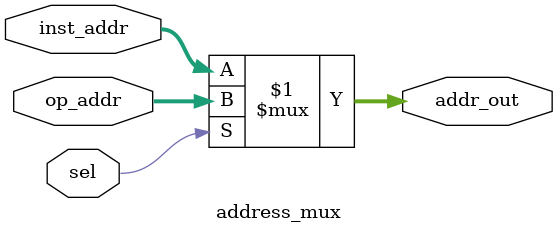
<source format=v>
module address_mux #(
    parameter WIDTH = 5  // Default width is 5 bits
)(
    input wire [WIDTH-1:0] inst_addr,    // Instruction address input
    input wire [WIDTH-1:0] op_addr,      // Operand address input
    input wire sel,                      // Select signal (1: inst_addr, 0: op_addr)
    output wire [WIDTH-1:0] addr_out     // Output address
);

    // Simple multiplexer logic
    assign addr_out = sel ? op_addr : inst_addr;

endmodule
</source>
